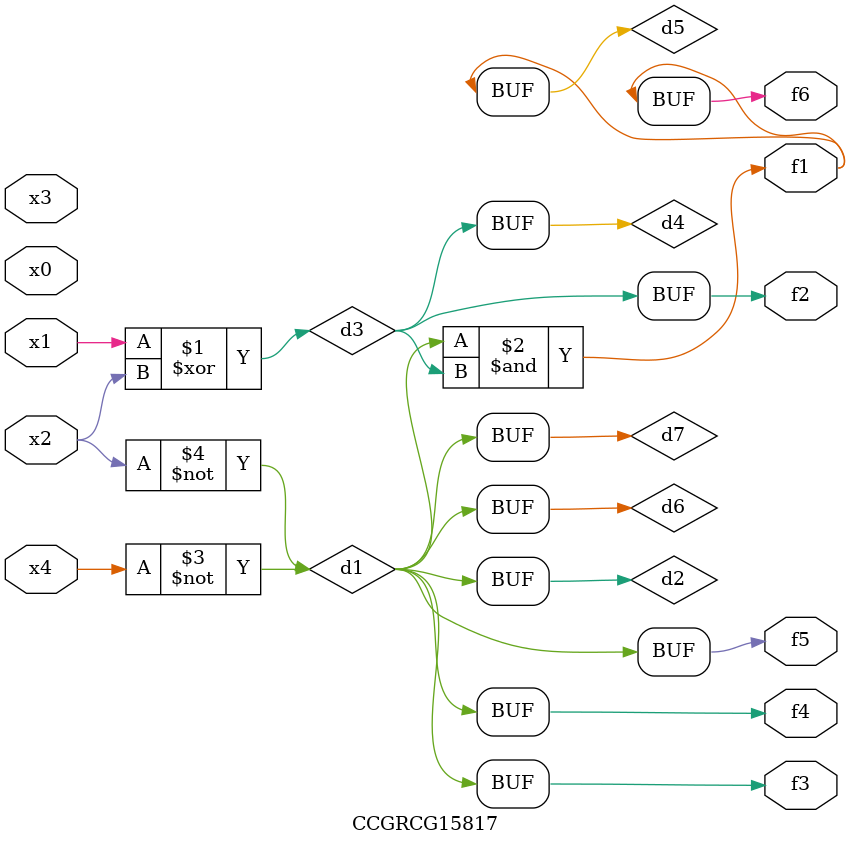
<source format=v>
module CCGRCG15817(
	input x0, x1, x2, x3, x4,
	output f1, f2, f3, f4, f5, f6
);

	wire d1, d2, d3, d4, d5, d6, d7;

	not (d1, x4);
	not (d2, x2);
	xor (d3, x1, x2);
	buf (d4, d3);
	and (d5, d1, d3);
	buf (d6, d1, d2);
	buf (d7, d2);
	assign f1 = d5;
	assign f2 = d4;
	assign f3 = d7;
	assign f4 = d7;
	assign f5 = d7;
	assign f6 = d5;
endmodule

</source>
